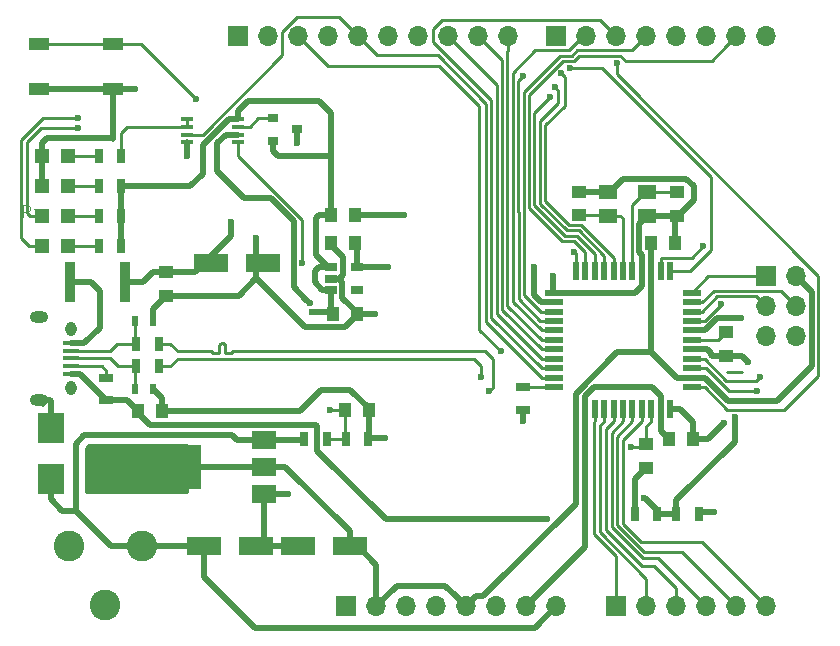
<source format=gtl>
G04 #@! TF.FileFunction,Copper,L1,Top,Signal*
%FSLAX46Y46*%
G04 Gerber Fmt 4.6, Leading zero omitted, Abs format (unit mm)*
G04 Created by KiCad (PCBNEW 4.0.7) date 10/12/17 20:03:31*
%MOMM*%
%LPD*%
G01*
G04 APERTURE LIST*
%ADD10C,0.100000*%
%ADD11C,2.600000*%
%ADD12R,3.000000X1.600000*%
%ADD13R,1.250000X1.000000*%
%ADD14R,1.000000X1.250000*%
%ADD15R,1.200000X1.200000*%
%ADD16R,1.700000X1.700000*%
%ADD17O,1.700000X1.700000*%
%ADD18R,1.350000X0.400000*%
%ADD19O,0.950000X1.250000*%
%ADD20O,1.550000X1.000000*%
%ADD21R,0.900000X0.800000*%
%ADD22R,0.700000X1.300000*%
%ADD23R,1.300000X0.700000*%
%ADD24R,0.500000X0.900000*%
%ADD25R,1.700000X1.000000*%
%ADD26R,1.100000X0.400000*%
%ADD27R,1.600000X0.560000*%
%ADD28R,0.560000X1.600000*%
%ADD29R,2.000000X3.800000*%
%ADD30R,2.000000X1.500000*%
%ADD31R,1.060000X0.650000*%
%ADD32R,1.600000X1.300000*%
%ADD33R,2.300000X2.500000*%
%ADD34R,0.850000X3.430000*%
%ADD35C,0.600000*%
%ADD36C,0.250000*%
%ADD37C,0.500000*%
%ADD38C,0.254000*%
G04 APERTURE END LIST*
D10*
X72294762Y-91511381D02*
X71961428Y-91035190D01*
X71723333Y-91511381D02*
X71723333Y-90511381D01*
X72104286Y-90511381D01*
X72199524Y-90559000D01*
X72247143Y-90606619D01*
X72294762Y-90701857D01*
X72294762Y-90844714D01*
X72247143Y-90939952D01*
X72199524Y-90987571D01*
X72104286Y-91035190D01*
X71723333Y-91035190D01*
X72628095Y-91511381D02*
X73151905Y-90844714D01*
X72628095Y-90844714D02*
X73151905Y-91511381D01*
D11*
X75565000Y-119380000D03*
X81765000Y-119380000D03*
X78665000Y-124380000D03*
D12*
X87630000Y-95377000D03*
X92030000Y-95377000D03*
D13*
X83820000Y-96155000D03*
X83820000Y-98155000D03*
X118810126Y-91360164D03*
X118810126Y-89360164D03*
X127065126Y-89376164D03*
X127065126Y-91376164D03*
X131191000Y-101235000D03*
X131191000Y-103235000D03*
X124460000Y-110744000D03*
X124460000Y-112744000D03*
D14*
X128397000Y-110300000D03*
X126397000Y-110300000D03*
X98949000Y-107823000D03*
X100949000Y-107823000D03*
X124900000Y-93700000D03*
X126900000Y-93700000D03*
D12*
X87040000Y-119380000D03*
X91440000Y-119380000D03*
D14*
X97933000Y-99695000D03*
X99933000Y-99695000D03*
D12*
X99355000Y-119380000D03*
X94955000Y-119380000D03*
D14*
X99806000Y-93726000D03*
X97806000Y-93726000D03*
D15*
X75500000Y-86360000D03*
X73300000Y-86360000D03*
X75479000Y-93980000D03*
X73279000Y-93980000D03*
X75479000Y-91440000D03*
X73279000Y-91440000D03*
X75479000Y-88900000D03*
X73279000Y-88900000D03*
D16*
X99060000Y-124460000D03*
D17*
X101600000Y-124460000D03*
X104140000Y-124460000D03*
X106680000Y-124460000D03*
X109220000Y-124460000D03*
X111760000Y-124460000D03*
X114300000Y-124460000D03*
X116840000Y-124460000D03*
D16*
X121920000Y-124460000D03*
D17*
X124460000Y-124460000D03*
X127000000Y-124460000D03*
X129540000Y-124460000D03*
X132080000Y-124460000D03*
X134620000Y-124460000D03*
D16*
X89916000Y-76200000D03*
D17*
X92456000Y-76200000D03*
X94996000Y-76200000D03*
X97536000Y-76200000D03*
X100076000Y-76200000D03*
X102616000Y-76200000D03*
X105156000Y-76200000D03*
X107696000Y-76200000D03*
X110236000Y-76200000D03*
X112776000Y-76200000D03*
D16*
X116840000Y-76200000D03*
D17*
X119380000Y-76200000D03*
X121920000Y-76200000D03*
X124460000Y-76200000D03*
X127000000Y-76200000D03*
X129540000Y-76200000D03*
X132080000Y-76200000D03*
X134620000Y-76200000D03*
D16*
X134620000Y-96520000D03*
D17*
X137160000Y-96520000D03*
X134620000Y-99060000D03*
X137160000Y-99060000D03*
X134620000Y-101600000D03*
X137160000Y-101600000D03*
D18*
X75725000Y-102165000D03*
X75725000Y-102815000D03*
X75725000Y-103465000D03*
X75725000Y-104115000D03*
X75725000Y-104765000D03*
D19*
X75725000Y-100965000D03*
X75725000Y-105965000D03*
D20*
X73025000Y-99965000D03*
X73025000Y-106965000D03*
D14*
X99790000Y-91313000D03*
X97790000Y-91313000D03*
X81423000Y-107950000D03*
X83423000Y-107950000D03*
D21*
X92869000Y-83124000D03*
X92869000Y-85024000D03*
X94869000Y-84074000D03*
D22*
X80010000Y-93980000D03*
X78110000Y-93980000D03*
X125404000Y-116621000D03*
X123504000Y-116621000D03*
X80010000Y-91440000D03*
X78110000Y-91440000D03*
X128899000Y-116621000D03*
X126999000Y-116621000D03*
X80005000Y-88900000D03*
X78105000Y-88900000D03*
D23*
X114000000Y-105900000D03*
X114000000Y-107800000D03*
D22*
X95520022Y-110296324D03*
X97420022Y-110296324D03*
X99015022Y-110296324D03*
X100915022Y-110296324D03*
X83185000Y-104140000D03*
X81285000Y-104140000D03*
X83185000Y-102235000D03*
X81285000Y-102235000D03*
X80005000Y-86360000D03*
X78105000Y-86360000D03*
D23*
X78740000Y-105095000D03*
X78740000Y-106995000D03*
D24*
X81165000Y-100330000D03*
X82665000Y-100330000D03*
X81165000Y-106045000D03*
X82665000Y-106045000D03*
D25*
X73050000Y-76840000D03*
X79350000Y-76840000D03*
X73050000Y-80640000D03*
X79350000Y-80640000D03*
D26*
X85607000Y-83226000D03*
X85607000Y-83876000D03*
X85607000Y-84526000D03*
X85607000Y-85176000D03*
X89907000Y-85176000D03*
X89907000Y-84526000D03*
X89907000Y-83876000D03*
X89907000Y-83226000D03*
D27*
X128350000Y-105900000D03*
X128350000Y-105100000D03*
X128350000Y-104300000D03*
X128350000Y-103500000D03*
X128350000Y-102700000D03*
X128350000Y-101900000D03*
X128350000Y-101100000D03*
X128350000Y-100300000D03*
X128350000Y-99500000D03*
X128350000Y-98700000D03*
X128350000Y-97900000D03*
D28*
X126500000Y-96050000D03*
X125700000Y-96050000D03*
X124900000Y-96050000D03*
X124100000Y-96050000D03*
X123300000Y-96050000D03*
X122500000Y-96050000D03*
X121700000Y-96050000D03*
X120900000Y-96050000D03*
X120100000Y-96050000D03*
X119300000Y-96050000D03*
X118500000Y-96050000D03*
D27*
X116650000Y-97900000D03*
X116650000Y-98700000D03*
X116650000Y-99500000D03*
X116650000Y-100300000D03*
X116650000Y-101100000D03*
X116650000Y-101900000D03*
X116650000Y-102700000D03*
X116650000Y-103500000D03*
X116650000Y-104300000D03*
X116650000Y-105100000D03*
X116650000Y-105900000D03*
D28*
X118500000Y-107750000D03*
X119300000Y-107750000D03*
X120100000Y-107750000D03*
X120900000Y-107750000D03*
X121700000Y-107750000D03*
X122500000Y-107750000D03*
X123300000Y-107750000D03*
X124100000Y-107750000D03*
X124900000Y-107750000D03*
X125700000Y-107750000D03*
X126500000Y-107750000D03*
D29*
X85775000Y-112635000D03*
D30*
X92075000Y-112635000D03*
X92075000Y-110335000D03*
X92075000Y-114935000D03*
D31*
X97749000Y-95758000D03*
X97749000Y-96708000D03*
X97749000Y-97658000D03*
X99949000Y-97658000D03*
X99949000Y-95758000D03*
D32*
X124525126Y-89392164D03*
X121225126Y-89392164D03*
X121225126Y-91392164D03*
X124525126Y-91392164D03*
D33*
X74041000Y-113656000D03*
X74041000Y-109356000D03*
D34*
X80300000Y-97000000D03*
X75700000Y-97000000D03*
D35*
X94869000Y-85217000D03*
X89281000Y-91948000D03*
X132461000Y-100076000D03*
X91428462Y-93282252D03*
X116600000Y-96500000D03*
X85598000Y-86360000D03*
X81153000Y-80645000D03*
X101473000Y-99695000D03*
X102362000Y-110236000D03*
X94107000Y-114935000D03*
X130175000Y-116459000D03*
X114000000Y-108800000D03*
X119300000Y-109900000D03*
X124254010Y-115297380D03*
X133096000Y-103759000D03*
X131953000Y-108458000D03*
X116078000Y-117094000D03*
X123190000Y-110998000D03*
X112141000Y-102870000D03*
X103981814Y-91313132D03*
X114921273Y-95759937D03*
X131064000Y-108966000D03*
X95359934Y-95377000D03*
X97663000Y-107823000D03*
X77470000Y-114300000D03*
X77470000Y-111125000D03*
X83820000Y-114300000D03*
X82550000Y-114300000D03*
X81280000Y-114300000D03*
X80010000Y-114300000D03*
X78740000Y-114300000D03*
X78740000Y-111125000D03*
X80010000Y-111125000D03*
X81280000Y-111125000D03*
X82550000Y-111125000D03*
X83820000Y-111125000D03*
X96139000Y-99568000D03*
X95983136Y-98783318D03*
X102616000Y-95758000D03*
X118335171Y-94417935D03*
X76356713Y-83130206D03*
X130777811Y-98838189D03*
X76322004Y-83929464D03*
X86360000Y-81534000D03*
X129286000Y-93980000D03*
X117254819Y-79332452D03*
X116724637Y-80499037D03*
X114060471Y-79548868D03*
X118020375Y-78900033D03*
X121985560Y-78450052D03*
X116318430Y-81364879D03*
X110437429Y-105021138D03*
X134084553Y-105056447D03*
X133859106Y-106232755D03*
X111184898Y-106232755D03*
D36*
X132588000Y-104648000D02*
X131260776Y-104648000D01*
D37*
X89281000Y-93136000D02*
X87040000Y-95377000D01*
X89281000Y-91948000D02*
X89281000Y-93136000D01*
X82695000Y-96155000D02*
X81850000Y-97000000D01*
X81850000Y-97000000D02*
X80300000Y-97000000D01*
X82695000Y-96155000D02*
X83820000Y-96155000D01*
X94869000Y-85217000D02*
X94869000Y-84074000D01*
X132036736Y-100076000D02*
X132461000Y-100076000D01*
X129456188Y-101100000D02*
X130480188Y-100076000D01*
X128350000Y-101100000D02*
X129456188Y-101100000D01*
X130480188Y-100076000D02*
X132036736Y-100076000D01*
X83820000Y-96155000D02*
X86262000Y-96155000D01*
X86262000Y-96155000D02*
X87040000Y-95377000D01*
X79350000Y-80640000D02*
X79350000Y-84861000D01*
X91440000Y-93293790D02*
X91428462Y-93282252D01*
X91440000Y-95377000D02*
X91440000Y-93293790D01*
X73300000Y-86360000D02*
X73300000Y-85224514D01*
X73300000Y-85224514D02*
X73726993Y-84797521D01*
X73726993Y-84797521D02*
X79350000Y-84797521D01*
X79350000Y-84797521D02*
X79350000Y-80640000D01*
X73945000Y-106965000D02*
X74041000Y-107061000D01*
X74041000Y-107061000D02*
X74041000Y-109356000D01*
X73025000Y-106965000D02*
X73945000Y-106965000D01*
X116600000Y-96500000D02*
X116600000Y-97850000D01*
X116600000Y-97850000D02*
X116650000Y-97900000D01*
X119300000Y-109900000D02*
X119300000Y-119460000D01*
X119300000Y-119460000D02*
X114300000Y-124460000D01*
X128524000Y-90042290D02*
X128524000Y-88900036D01*
X128524000Y-88900036D02*
X127866128Y-88242164D01*
X127866128Y-88242164D02*
X122525126Y-88242164D01*
X121375126Y-89392164D02*
X121225126Y-89392164D01*
X122525126Y-88242164D02*
X121375126Y-89392164D01*
X127065126Y-91376164D02*
X127190126Y-91376164D01*
X127190126Y-91376164D02*
X128524000Y-90042290D01*
X85598000Y-86360000D02*
X85598000Y-85185000D01*
X85598000Y-85185000D02*
X85607000Y-85176000D01*
X81153000Y-80645000D02*
X79355000Y-80645000D01*
X79355000Y-80645000D02*
X79350000Y-80640000D01*
X101473000Y-99695000D02*
X99933000Y-99695000D01*
X102362000Y-110236000D02*
X100975346Y-110236000D01*
X100975346Y-110236000D02*
X100915022Y-110296324D01*
X92075000Y-114935000D02*
X94107000Y-114935000D01*
X73050000Y-80640000D02*
X79350000Y-80640000D01*
X97749000Y-96708000D02*
X98464002Y-96708000D01*
X98806000Y-96366002D02*
X98806000Y-94851000D01*
X98464002Y-96708000D02*
X98806000Y-96366002D01*
X98806000Y-94851000D02*
X97806000Y-93851000D01*
X97806000Y-93851000D02*
X97806000Y-93726000D01*
X99933000Y-99695000D02*
X99933000Y-99570000D01*
X99933000Y-99570000D02*
X98729001Y-98366001D01*
X98729001Y-98366001D02*
X98729001Y-96972999D01*
X98729001Y-96972999D02*
X98464002Y-96708000D01*
X91440000Y-95377000D02*
X91440000Y-96677000D01*
X91440000Y-96677000D02*
X95583000Y-100820000D01*
X95583000Y-100820000D02*
X98933000Y-100820000D01*
X98933000Y-100820000D02*
X99933000Y-99820000D01*
X99933000Y-99820000D02*
X99933000Y-99695000D01*
X82665000Y-100330000D02*
X82665000Y-99310000D01*
X82665000Y-99310000D02*
X83820000Y-98155000D01*
X83820000Y-98155000D02*
X89962000Y-98155000D01*
X89962000Y-98155000D02*
X91440000Y-96677000D01*
X96901000Y-106172000D02*
X99423000Y-106172000D01*
X99423000Y-106172000D02*
X100949000Y-107698000D01*
X100949000Y-107698000D02*
X100949000Y-107823000D01*
X95123000Y-107950000D02*
X96901000Y-106172000D01*
X83423000Y-107950000D02*
X95123000Y-107950000D01*
X92075000Y-114935000D02*
X92075000Y-118745000D01*
X92075000Y-118745000D02*
X91440000Y-119380000D01*
X130175000Y-116459000D02*
X129061000Y-116459000D01*
X129061000Y-116459000D02*
X128899000Y-116621000D01*
X114000000Y-108800000D02*
X114000000Y-107800000D01*
X119300000Y-107750000D02*
X119300000Y-109900000D01*
X125700000Y-107750000D02*
X125700000Y-106659998D01*
X125700000Y-106659998D02*
X124958002Y-105918000D01*
X124958002Y-105918000D02*
X120041998Y-105918000D01*
X120041998Y-105918000D02*
X119300000Y-106659998D01*
X119300000Y-106659998D02*
X119300000Y-107750000D01*
X73415000Y-107355000D02*
X73025000Y-106965000D01*
X91440000Y-119380000D02*
X94955000Y-119380000D01*
X124100000Y-96050000D02*
X124100000Y-97350000D01*
X124100000Y-97350000D02*
X123550000Y-97900000D01*
X123550000Y-97900000D02*
X117950000Y-97900000D01*
X117950000Y-97900000D02*
X116650000Y-97900000D01*
X123825000Y-94475000D02*
X123825000Y-92092290D01*
X123825000Y-92092290D02*
X124525126Y-91392164D01*
X124100000Y-96050000D02*
X124100000Y-94750000D01*
X124100000Y-94750000D02*
X123825000Y-94475000D01*
X126900000Y-93700000D02*
X126900000Y-91541290D01*
X126900000Y-91541290D02*
X127065126Y-91376164D01*
X100949000Y-107823000D02*
X100949000Y-110262346D01*
X100949000Y-110262346D02*
X100915022Y-110296324D01*
X83423000Y-107950000D02*
X83423000Y-106803000D01*
X83423000Y-106803000D02*
X82665000Y-106045000D01*
X73300000Y-86360000D02*
X73300000Y-88879000D01*
X73300000Y-88879000D02*
X73279000Y-88900000D01*
X125700000Y-107750000D02*
X125700000Y-109603000D01*
X125700000Y-109603000D02*
X126397000Y-110300000D01*
X121225126Y-89392164D02*
X118842126Y-89392164D01*
X118842126Y-89392164D02*
X118810126Y-89360164D01*
X124525126Y-91392164D02*
X127049126Y-91392164D01*
X127049126Y-91392164D02*
X127065126Y-91376164D01*
D36*
X121225126Y-91392164D02*
X122275126Y-91392164D01*
X122275126Y-91392164D02*
X122500000Y-91617038D01*
X122500000Y-91617038D02*
X122500000Y-95000000D01*
X122500000Y-95000000D02*
X122500000Y-96050000D01*
X118810126Y-91360164D02*
X121193126Y-91360164D01*
X121193126Y-91360164D02*
X121225126Y-91392164D01*
X123249989Y-94949989D02*
X123300000Y-95000000D01*
X123249989Y-90517301D02*
X123249989Y-94949989D01*
X124375126Y-89392164D02*
X123249989Y-90517301D01*
X124525126Y-89392164D02*
X124375126Y-89392164D01*
X123300000Y-95000000D02*
X123300000Y-96050000D01*
X127065126Y-89376164D02*
X124541126Y-89376164D01*
X124541126Y-89376164D02*
X124525126Y-89392164D01*
X128350000Y-101900000D02*
X130526000Y-101900000D01*
X130526000Y-101900000D02*
X131191000Y-101235000D01*
D37*
X81423000Y-107950000D02*
X81423000Y-108075000D01*
X81423000Y-108075000D02*
X82482999Y-109134999D01*
X96620021Y-111306325D02*
X102407696Y-117094000D01*
X82482999Y-109134999D02*
X96468697Y-109134999D01*
X96468697Y-109134999D02*
X96620021Y-109286323D01*
X96620021Y-109286323D02*
X96620021Y-111306325D01*
X102407696Y-117094000D02*
X116078000Y-117094000D01*
X124380380Y-115297380D02*
X124254010Y-115297380D01*
X125404000Y-116621000D02*
X125404000Y-116321000D01*
X125404000Y-116321000D02*
X124380380Y-115297380D01*
X133096000Y-103759000D02*
X132572000Y-103235000D01*
X132572000Y-103235000D02*
X131191000Y-103235000D01*
X131953000Y-110517000D02*
X131953000Y-108458000D01*
X126999000Y-116621000D02*
X126999000Y-115471000D01*
X126999000Y-115471000D02*
X131953000Y-110517000D01*
X125404000Y-116621000D02*
X126999000Y-116621000D01*
X129921000Y-103124000D02*
X130032000Y-103235000D01*
X130032000Y-103235000D02*
X131191000Y-103235000D01*
X129921000Y-102971000D02*
X129921000Y-103124000D01*
X128350000Y-102700000D02*
X129650000Y-102700000D01*
X129650000Y-102700000D02*
X129921000Y-102971000D01*
X75725000Y-104765000D02*
X76510000Y-104765000D01*
X76510000Y-104765000D02*
X78740000Y-106995000D01*
X78740000Y-106995000D02*
X80468000Y-106995000D01*
X80468000Y-106995000D02*
X81423000Y-107950000D01*
D36*
X110311898Y-101040898D02*
X112141000Y-102870000D01*
X110311898Y-82104443D02*
X110311898Y-101040898D01*
X106947455Y-78740000D02*
X110311898Y-82104443D01*
X97536000Y-78740000D02*
X106947455Y-78740000D01*
X94996000Y-76200000D02*
X97536000Y-78740000D01*
X123190000Y-110998000D02*
X124206000Y-110998000D01*
X124206000Y-110998000D02*
X124460000Y-110744000D01*
X124460000Y-110744000D02*
X124460000Y-109240000D01*
X124460000Y-109240000D02*
X124900000Y-108800000D01*
X124900000Y-108800000D02*
X124900000Y-107750000D01*
D37*
X124460000Y-112744000D02*
X123504000Y-113700000D01*
X123504000Y-113700000D02*
X123504000Y-116621000D01*
X103981682Y-91313000D02*
X103981814Y-91313132D01*
X99790000Y-91313000D02*
X103981682Y-91313000D01*
X114921273Y-98061275D02*
X114921273Y-96184201D01*
X115559998Y-98700000D02*
X114921273Y-98061275D01*
X116650000Y-98700000D02*
X115559998Y-98700000D01*
X114921273Y-96184201D02*
X114921273Y-95759937D01*
X131064000Y-108966000D02*
X129730000Y-110300000D01*
X129730000Y-110300000D02*
X128397000Y-110300000D01*
X128400000Y-108870000D02*
X128397000Y-108873000D01*
X128397000Y-108873000D02*
X128397000Y-110300000D01*
X126500000Y-107750000D02*
X127280000Y-107750000D01*
X127280000Y-107750000D02*
X128400000Y-108870000D01*
D36*
X95359934Y-94952736D02*
X95359934Y-95377000D01*
X95359934Y-91743297D02*
X95359934Y-94952736D01*
X89907000Y-86290363D02*
X95359934Y-91743297D01*
X89907000Y-85176000D02*
X89907000Y-86290363D01*
X97663000Y-107823000D02*
X98949000Y-107823000D01*
X97420022Y-110296324D02*
X99015022Y-110296324D01*
X98949000Y-107823000D02*
X98949000Y-110230302D01*
X98949000Y-110230302D02*
X99015022Y-110296324D01*
D37*
X89907000Y-83226000D02*
X89122000Y-83226000D01*
X89122000Y-83226000D02*
X86928772Y-85419228D01*
X86928772Y-85419228D02*
X86928772Y-87835523D01*
X85864295Y-88900000D02*
X80855000Y-88900000D01*
X86928772Y-87835523D02*
X85864295Y-88900000D01*
X80855000Y-88900000D02*
X80005000Y-88900000D01*
X77470000Y-111125000D02*
X77470000Y-114300000D01*
X83820000Y-114300000D02*
X84110000Y-114300000D01*
X84110000Y-114300000D02*
X85775000Y-112635000D01*
X81280000Y-114300000D02*
X82550000Y-114300000D01*
X78740000Y-114300000D02*
X80010000Y-114300000D01*
X80010000Y-111125000D02*
X78740000Y-111125000D01*
X82550000Y-111125000D02*
X81280000Y-111125000D01*
X85775000Y-112635000D02*
X85330000Y-112635000D01*
X85330000Y-112635000D02*
X83820000Y-111125000D01*
X85775000Y-112635000D02*
X87275000Y-112635000D01*
X87275000Y-112635000D02*
X92075000Y-112635000D01*
X101600000Y-124460000D02*
X103356747Y-122703253D01*
X103356747Y-122703253D02*
X107463253Y-122703253D01*
X107463253Y-122703253D02*
X108370001Y-123610001D01*
X108370001Y-123610001D02*
X109220000Y-124460000D01*
X96139000Y-99568000D02*
X97806000Y-99568000D01*
X97806000Y-99568000D02*
X97933000Y-99695000D01*
X97790000Y-91313000D02*
X97790000Y-86360000D01*
X93305000Y-86360000D02*
X97790000Y-86360000D01*
X97790000Y-86360000D02*
X97790000Y-82652228D01*
X92869000Y-85024000D02*
X92869000Y-85924000D01*
X92869000Y-85924000D02*
X93305000Y-86360000D01*
X110069999Y-123610001D02*
X109220000Y-124460000D01*
X110672003Y-123610001D02*
X110069999Y-123610001D01*
X118500000Y-115782004D02*
X110672003Y-123610001D01*
X118500000Y-107750000D02*
X118500000Y-115782004D01*
X124900000Y-93700000D02*
X124906011Y-93706011D01*
X124906011Y-93706011D02*
X124906011Y-96043989D01*
X124906011Y-96043989D02*
X124900000Y-96050000D01*
X135509000Y-107061000D02*
X138460001Y-104109999D01*
X138460001Y-104109999D02*
X138460001Y-97820001D01*
X138460001Y-97820001D02*
X138009999Y-97369999D01*
X138009999Y-97369999D02*
X137160000Y-96520000D01*
X131401002Y-107061000D02*
X135509000Y-107061000D01*
X128350000Y-105100000D02*
X129440002Y-105100000D01*
X129440002Y-105100000D02*
X131401002Y-107061000D01*
X118500000Y-107750000D02*
X118500000Y-106450000D01*
X118500000Y-106450000D02*
X122000000Y-102950000D01*
X122000000Y-102950000D02*
X124900000Y-102950000D01*
X124900000Y-96050000D02*
X124900000Y-102950000D01*
X124900000Y-102950000D02*
X127050000Y-105100000D01*
X127050000Y-105100000D02*
X128350000Y-105100000D01*
X97749000Y-97658000D02*
X97749000Y-99511000D01*
X97749000Y-99511000D02*
X97933000Y-99695000D01*
X96393000Y-97017002D02*
X96393000Y-96084000D01*
X96719000Y-95758000D02*
X97749000Y-95758000D01*
X96393000Y-96084000D02*
X96719000Y-95758000D01*
X97749000Y-97658000D02*
X97033998Y-97658000D01*
X97033998Y-97658000D02*
X96393000Y-97017002D01*
X97749000Y-95758000D02*
X97544000Y-95758000D01*
X97544000Y-95758000D02*
X96520000Y-94734000D01*
X96520000Y-94734000D02*
X96520000Y-91583000D01*
X96520000Y-91583000D02*
X96790000Y-91313000D01*
X96790000Y-91313000D02*
X97790000Y-91313000D01*
X97790000Y-82652228D02*
X97765228Y-82652228D01*
X97765228Y-82652228D02*
X96774000Y-81661000D01*
X96774000Y-81661000D02*
X90743210Y-81661000D01*
X90743210Y-81661000D02*
X89907000Y-82497210D01*
X89907000Y-82497210D02*
X89907000Y-83226000D01*
X99355000Y-119380000D02*
X99355000Y-118080000D01*
X99355000Y-118080000D02*
X93910000Y-112635000D01*
X93910000Y-112635000D02*
X93575000Y-112635000D01*
X93575000Y-112635000D02*
X92075000Y-112635000D01*
X101600000Y-124460000D02*
X101600000Y-120925000D01*
X101600000Y-120925000D02*
X100055000Y-119380000D01*
X100055000Y-119380000D02*
X99355000Y-119380000D01*
X80010000Y-91440000D02*
X80010000Y-93980000D01*
X80005000Y-88900000D02*
X80005000Y-91435000D01*
X80005000Y-91435000D02*
X80010000Y-91440000D01*
X92075000Y-110335000D02*
X89817000Y-110335000D01*
X89817000Y-110335000D02*
X89433531Y-109951531D01*
X76896409Y-109951531D02*
X76160630Y-110687310D01*
X89433531Y-109951531D02*
X76896409Y-109951531D01*
X76160630Y-110687310D02*
X76160630Y-116386222D01*
X74041000Y-113656000D02*
X74041000Y-115406000D01*
X74041000Y-115406000D02*
X75021222Y-116386222D01*
X75021222Y-116386222D02*
X76160630Y-116386222D01*
X79154408Y-119380000D02*
X87040000Y-119380000D01*
X76160630Y-116386222D02*
X79154408Y-119380000D01*
X81765000Y-119380000D02*
X83603477Y-119380000D01*
X83603477Y-119380000D02*
X87040000Y-119380000D01*
X116840000Y-124460000D02*
X115037315Y-126262685D01*
X115037315Y-126262685D02*
X91337685Y-126262685D01*
X91337685Y-126262685D02*
X87040000Y-121965000D01*
X87040000Y-121965000D02*
X87040000Y-119380000D01*
X95520022Y-110296324D02*
X95520022Y-110596324D01*
X92075000Y-110335000D02*
X95481346Y-110335000D01*
X95481346Y-110335000D02*
X95520022Y-110296324D01*
X94609924Y-97410106D02*
X95683137Y-98483319D01*
X89907000Y-84526000D02*
X88857000Y-84526000D01*
X88857000Y-84526000D02*
X88138000Y-85245000D01*
X88138000Y-85245000D02*
X88138000Y-87630000D01*
X92710000Y-89916000D02*
X94609924Y-91815924D01*
X90424000Y-89916000D02*
X92710000Y-89916000D01*
X88138000Y-87630000D02*
X90424000Y-89916000D01*
X94609924Y-91815924D02*
X94609924Y-97410106D01*
X95683137Y-98483319D02*
X95983136Y-98783318D01*
X99806000Y-93726000D02*
X99806000Y-93601000D01*
X99949000Y-95758000D02*
X99949000Y-93869000D01*
X99949000Y-93869000D02*
X99806000Y-93726000D01*
X102616000Y-95758000D02*
X99949000Y-95758000D01*
D36*
X75500000Y-86360000D02*
X76350000Y-86360000D01*
X76350000Y-86360000D02*
X78105000Y-86360000D01*
X75479000Y-93980000D02*
X76329000Y-93980000D01*
X76329000Y-93980000D02*
X78110000Y-93980000D01*
X73279000Y-93980000D02*
X72240255Y-93980000D01*
X72240255Y-93980000D02*
X71567567Y-93307312D01*
X71567567Y-93307312D02*
X71567567Y-84953004D01*
X75932449Y-83130206D02*
X76356713Y-83130206D01*
X71567567Y-84953004D02*
X73390365Y-83130206D01*
X73390365Y-83130206D02*
X75932449Y-83130206D01*
X118500000Y-94582764D02*
X118335171Y-94417935D01*
X118500000Y-96050000D02*
X118500000Y-94582764D01*
X75479000Y-91440000D02*
X78110000Y-91440000D01*
X73279000Y-91440000D02*
X72261961Y-91440000D01*
X72261961Y-91440000D02*
X72017578Y-91195617D01*
X72017578Y-91195617D02*
X72017578Y-85139404D01*
X73227518Y-83929464D02*
X75897740Y-83929464D01*
X72017578Y-85139404D02*
X73227518Y-83929464D01*
X75897740Y-83929464D02*
X76322004Y-83929464D01*
X129400000Y-100300000D02*
X130777811Y-98922189D01*
X130777811Y-98922189D02*
X130777811Y-98838189D01*
X128350000Y-100300000D02*
X129400000Y-100300000D01*
X75479000Y-88900000D02*
X78105000Y-88900000D01*
D37*
X75725000Y-102165000D02*
X76900000Y-102165000D01*
X76900000Y-102165000D02*
X78175000Y-100890000D01*
X78175000Y-100890000D02*
X78175000Y-97733000D01*
X78175000Y-97733000D02*
X77442000Y-97000000D01*
X77442000Y-97000000D02*
X75700000Y-97000000D01*
D36*
X73050000Y-76840000D02*
X79350000Y-76840000D01*
X79350000Y-76840000D02*
X81666000Y-76840000D01*
X81666000Y-76840000D02*
X86360000Y-81534000D01*
X125700000Y-95000000D02*
X125775001Y-94924999D01*
X125775001Y-94924999D02*
X128341001Y-94924999D01*
X125700000Y-96050000D02*
X125700000Y-95000000D01*
X128341001Y-94924999D02*
X129286000Y-93980000D01*
X120100000Y-107750000D02*
X120100000Y-108800000D01*
X120100000Y-108800000D02*
X120015000Y-108885000D01*
X121920000Y-120218748D02*
X121920000Y-124460000D01*
X120015000Y-108885000D02*
X120015000Y-118313748D01*
X120015000Y-118313748D02*
X121920000Y-120218748D01*
X120900000Y-107750000D02*
X120900000Y-108800000D01*
X120523000Y-118172046D02*
X124460000Y-122109046D01*
X124460000Y-123257919D02*
X124460000Y-124460000D01*
X120900000Y-108800000D02*
X120523000Y-109177000D01*
X120523000Y-109177000D02*
X120523000Y-118172046D01*
X124460000Y-122109046D02*
X124460000Y-123257919D01*
X125095000Y-121031000D02*
X127000000Y-122936000D01*
X127000000Y-122936000D02*
X127000000Y-124460000D01*
X124079000Y-121031000D02*
X125095000Y-121031000D01*
X121031000Y-117983000D02*
X124079000Y-121031000D01*
X121031000Y-109469000D02*
X121031000Y-117983000D01*
X121700000Y-107750000D02*
X121700000Y-108800000D01*
X121700000Y-108800000D02*
X121031000Y-109469000D01*
X125476000Y-120396000D02*
X128690001Y-123610001D01*
X124181223Y-120396000D02*
X125476000Y-120396000D01*
X122500000Y-107750000D02*
X122500000Y-108800000D01*
X121539000Y-109761000D02*
X121539000Y-117753777D01*
X128690001Y-123610001D02*
X129540000Y-124460000D01*
X122500000Y-108800000D02*
X121539000Y-109761000D01*
X121539000Y-117753777D02*
X124181223Y-120396000D01*
X123300000Y-107750000D02*
X123300000Y-108800000D01*
X121989011Y-110110989D02*
X121989011Y-117567377D01*
X127508000Y-119888000D02*
X131230001Y-123610001D01*
X131230001Y-123610001D02*
X132080000Y-124460000D01*
X124309634Y-119888000D02*
X127508000Y-119888000D01*
X123300000Y-108800000D02*
X121989011Y-110110989D01*
X121989011Y-117567377D02*
X124309634Y-119888000D01*
X129159000Y-118999000D02*
X133770001Y-123610001D01*
X124057045Y-118999000D02*
X129159000Y-118999000D01*
X124100000Y-108800000D02*
X122524989Y-110375011D01*
X122524989Y-110375011D02*
X122524989Y-117466944D01*
X124100000Y-107750000D02*
X124100000Y-108800000D01*
X133770001Y-123610001D02*
X134620000Y-124460000D01*
X122524989Y-117466944D02*
X124057045Y-118999000D01*
X118936638Y-92185165D02*
X117925125Y-92185165D01*
X115919702Y-90179742D02*
X115919702Y-83701121D01*
X121700000Y-96050000D02*
X121700000Y-94948527D01*
X117554818Y-82066005D02*
X117554818Y-79632451D01*
X121700000Y-94948527D02*
X118936638Y-92185165D01*
X117925125Y-92185165D02*
X115919702Y-90179742D01*
X115919702Y-83701121D02*
X117554818Y-82066005D01*
X117554818Y-79632451D02*
X117254819Y-79332452D01*
X117024636Y-80799036D02*
X116724637Y-80499037D01*
X117024636Y-81810827D02*
X117024636Y-80799036D01*
X115469691Y-90366142D02*
X115469691Y-83365772D01*
X118750238Y-92635176D02*
X117738725Y-92635176D01*
X120900000Y-94784938D02*
X118750238Y-92635176D01*
X120900000Y-96050000D02*
X120900000Y-94784938D01*
X117738725Y-92635176D02*
X115469691Y-90366142D01*
X115469691Y-83365772D02*
X117024636Y-81810827D01*
X101694720Y-77818720D02*
X100076000Y-76200000D01*
X106811891Y-77818720D02*
X101694720Y-77818720D01*
X110883328Y-81890157D02*
X106811891Y-77818720D01*
X110883328Y-100383328D02*
X110883328Y-81890157D01*
X115600000Y-105100000D02*
X110883328Y-100383328D01*
X116650000Y-105100000D02*
X115600000Y-105100000D01*
X93631001Y-77818999D02*
X86924000Y-84526000D01*
X86924000Y-84526000D02*
X85607000Y-84526000D01*
X93631001Y-75825997D02*
X93631001Y-77818999D01*
X98425000Y-74549000D02*
X94907998Y-74549000D01*
X94907998Y-74549000D02*
X93631001Y-75825997D01*
X100076000Y-76200000D02*
X98425000Y-74549000D01*
X113760472Y-79848867D02*
X114060471Y-79548868D01*
X113627659Y-79981680D02*
X113760472Y-79848867D01*
X113627659Y-91069754D02*
X113627659Y-79981680D01*
X113655002Y-98467601D02*
X113655002Y-91097097D01*
X113655002Y-91097097D02*
X113627659Y-91069754D01*
X116650000Y-100300000D02*
X115487401Y-100300000D01*
X115487401Y-100300000D02*
X113655002Y-98467601D01*
X113655002Y-98467601D02*
X113655002Y-98355002D01*
X126500000Y-96050000D02*
X128141004Y-96050000D01*
X118444639Y-78900033D02*
X118020375Y-78900033D01*
X128141004Y-96050000D02*
X129911002Y-94280002D01*
X129911002Y-94280002D02*
X129911002Y-88096375D01*
X129911002Y-88096375D02*
X120714660Y-78900033D01*
X120714660Y-78900033D02*
X118444639Y-78900033D01*
X111797626Y-99697626D02*
X111797626Y-80301626D01*
X116650000Y-103500000D02*
X115600000Y-103500000D01*
X115600000Y-103500000D02*
X111797626Y-99697626D01*
X108545999Y-77049999D02*
X107696000Y-76200000D01*
X111797626Y-80301626D02*
X108545999Y-77049999D01*
X112247637Y-78211637D02*
X111085999Y-77049999D01*
X111085999Y-77049999D02*
X110236000Y-76200000D01*
X116650000Y-102700000D02*
X115600000Y-102700000D01*
X115600000Y-102700000D02*
X112247637Y-99347637D01*
X112247637Y-99347637D02*
X112247637Y-78211637D01*
X112697648Y-77480433D02*
X112776000Y-77402081D01*
X112697648Y-98997648D02*
X112697648Y-77480433D01*
X115600000Y-101900000D02*
X112697648Y-98997648D01*
X116650000Y-101900000D02*
X115600000Y-101900000D01*
X112776000Y-77402081D02*
X112776000Y-76200000D01*
X116650000Y-101900000D02*
X116650000Y-101705001D01*
X129400000Y-105900000D02*
X131332998Y-107832998D01*
X136134001Y-107832998D02*
X139035014Y-104931985D01*
X131332998Y-107832998D02*
X136134001Y-107832998D01*
X121985560Y-79407137D02*
X121985560Y-78874316D01*
X128350000Y-105900000D02*
X129400000Y-105900000D01*
X139035014Y-104931985D02*
X139035014Y-96456591D01*
X139035014Y-96456591D02*
X121985560Y-79407137D01*
X121985560Y-78874316D02*
X121985560Y-78450052D01*
X113148729Y-79292977D02*
X115066705Y-77375001D01*
X115066705Y-77375001D02*
X117950001Y-77375001D01*
X115600000Y-101100000D02*
X113148729Y-98648729D01*
X113148729Y-98648729D02*
X113148729Y-79292977D01*
X117950001Y-77375001D02*
X119125002Y-76200000D01*
X119125002Y-76200000D02*
X119380000Y-76200000D01*
X116650000Y-101100000D02*
X115600000Y-101100000D01*
X120510906Y-74790906D02*
X121070001Y-75350001D01*
X107197295Y-74790906D02*
X120510906Y-74790906D01*
X106420223Y-75567978D02*
X107197295Y-74790906D01*
X106420223Y-76663225D02*
X106420223Y-75567978D01*
X111347615Y-81590617D02*
X106420223Y-76663225D01*
X111347615Y-100047615D02*
X111347615Y-81590617D01*
X121070001Y-75350001D02*
X121920000Y-76200000D01*
X115600000Y-104300000D02*
X111347615Y-100047615D01*
X116650000Y-104300000D02*
X115600000Y-104300000D01*
X123610001Y-77049999D02*
X124460000Y-76200000D01*
X114077670Y-90883354D02*
X114077670Y-80883363D01*
X123284999Y-77375001D02*
X123610001Y-77049999D01*
X118586412Y-77375001D02*
X123284999Y-77375001D01*
X118136401Y-77825012D02*
X118586412Y-77375001D01*
X114105013Y-98058203D02*
X114105013Y-90910697D01*
X114077670Y-80883363D02*
X117136021Y-77825012D01*
X114105013Y-90910697D02*
X114077670Y-90883354D01*
X117136021Y-77825012D02*
X118136401Y-77825012D01*
X115546810Y-99500000D02*
X114105013Y-98058203D01*
X116650000Y-99500000D02*
X115546810Y-99500000D01*
X119300000Y-96050000D02*
X119300000Y-94457760D01*
X118322801Y-78275023D02*
X118772812Y-77825012D01*
X131230001Y-77049999D02*
X132080000Y-76200000D01*
X122268953Y-77825012D02*
X122718964Y-78275023D01*
X117395373Y-78275023D02*
X118322801Y-78275023D01*
X114527681Y-90696954D02*
X114527681Y-81142715D01*
X117365925Y-93535198D02*
X114527681Y-90696954D01*
X118377438Y-93535198D02*
X117365925Y-93535198D01*
X119300000Y-94457760D02*
X118377438Y-93535198D01*
X114527681Y-81142715D02*
X117395373Y-78275023D01*
X118772812Y-77825012D02*
X122268953Y-77825012D01*
X122718964Y-78275023D02*
X130004977Y-78275023D01*
X130004977Y-78275023D02*
X131230001Y-77049999D01*
X120100000Y-96050000D02*
X120100000Y-94621349D01*
X116018431Y-81664878D02*
X116318430Y-81364879D01*
X118563838Y-93085187D02*
X117552325Y-93085187D01*
X120100000Y-94621349D02*
X118563838Y-93085187D01*
X117552325Y-93085187D02*
X114977692Y-90510554D01*
X114977692Y-90510554D02*
X114977692Y-82705617D01*
X114977692Y-82705617D02*
X116018431Y-81664878D01*
X134620000Y-96520000D02*
X129730000Y-96520000D01*
X129730000Y-96520000D02*
X128350000Y-97900000D01*
X134620000Y-99060000D02*
X133770001Y-98210001D01*
X130480995Y-98210001D02*
X129190996Y-99500000D01*
X129190996Y-99500000D02*
X128350000Y-99500000D01*
X133770001Y-98210001D02*
X130480995Y-98210001D01*
X128350000Y-98700000D02*
X129215002Y-98700000D01*
X136310001Y-98210001D02*
X137160000Y-99060000D01*
X129215002Y-98700000D02*
X130172849Y-97742153D01*
X130172849Y-97742153D02*
X135842153Y-97742153D01*
X135842153Y-97742153D02*
X136310001Y-98210001D01*
X75725000Y-104115000D02*
X78360000Y-104115000D01*
X78360000Y-104115000D02*
X78740000Y-104495000D01*
X78740000Y-104495000D02*
X78740000Y-105095000D01*
X90876000Y-83876000D02*
X91628000Y-83124000D01*
X91628000Y-83124000D02*
X92869000Y-83124000D01*
X89907000Y-83876000D02*
X90876000Y-83876000D01*
X116650000Y-105900000D02*
X115600000Y-105900000D01*
X115600000Y-105900000D02*
X114000000Y-105900000D01*
X133784554Y-105356446D02*
X134084553Y-105056447D01*
X131256446Y-105356446D02*
X133784554Y-105356446D01*
X129400000Y-103500000D02*
X131256446Y-105356446D01*
X128350000Y-103500000D02*
X129400000Y-103500000D01*
X83185000Y-104140000D02*
X84160000Y-104140000D01*
X84160000Y-104140000D02*
X84787500Y-103512500D01*
X84787500Y-103512500D02*
X108928791Y-103512500D01*
X110437429Y-104087429D02*
X110437429Y-105021138D01*
X108928791Y-103512500D02*
X108936291Y-103505000D01*
X108936291Y-103505000D02*
X109855000Y-103505000D01*
X109855000Y-103505000D02*
X110437429Y-104087429D01*
X83185000Y-102235000D02*
X84160000Y-102235000D01*
X89360937Y-102995429D02*
X89371346Y-102978862D01*
X84787500Y-102862500D02*
X84796427Y-102853573D01*
X88258723Y-102978862D02*
X88265186Y-102960394D01*
X87804754Y-103028328D02*
X88180000Y-103028328D01*
X84160000Y-102235000D02*
X84787500Y-102862500D01*
X84796427Y-102853573D02*
X87630000Y-102853573D01*
X88234478Y-103009265D02*
X88248314Y-102995429D01*
X87719567Y-102960394D02*
X87726030Y-102978862D01*
X89388653Y-102903038D02*
X89399062Y-102886471D01*
X88267377Y-102940950D02*
X88267377Y-102853573D01*
X88339996Y-102282359D02*
X88383540Y-102238815D01*
X87630000Y-102853573D02*
X87649443Y-102855763D01*
X88267377Y-102853573D02*
X88280000Y-102853573D01*
X87726030Y-102978862D02*
X87736439Y-102995429D01*
X87649443Y-102855763D02*
X87667911Y-102862226D01*
X88493806Y-102185713D02*
X88555000Y-102178818D01*
X88199443Y-103026137D02*
X88217911Y-103019674D01*
X87667911Y-102862226D02*
X87684478Y-102872635D01*
X87684478Y-102872635D02*
X87698314Y-102886471D01*
X87698314Y-102886471D02*
X87708723Y-102903038D01*
X89292623Y-103028328D02*
X89312066Y-103026137D01*
X88383540Y-102238815D02*
X88435681Y-102206052D01*
X89347101Y-103009265D02*
X89360937Y-102995429D01*
X87708723Y-102903038D02*
X87715186Y-102921506D01*
X111484897Y-105932756D02*
X111184898Y-106232755D01*
X88830000Y-102453818D02*
X88830000Y-102940951D01*
X87715186Y-102921506D02*
X87719567Y-102960394D01*
X89312066Y-103026137D02*
X89330534Y-103019674D01*
X87736439Y-102995429D02*
X87750275Y-103009265D01*
X87750275Y-103009265D02*
X87766842Y-103019674D01*
X87766842Y-103019674D02*
X87785310Y-103026137D01*
X88265186Y-102960394D02*
X88267377Y-102940950D01*
X89399062Y-102886471D02*
X89412898Y-102872635D01*
X87785310Y-103026137D02*
X87804754Y-103028328D01*
X88180000Y-103028328D02*
X88199443Y-103026137D01*
X88217911Y-103019674D02*
X88234478Y-103009265D01*
X88879465Y-103019674D02*
X88897933Y-103026137D01*
X88248314Y-102995429D02*
X88258723Y-102978862D01*
X89330534Y-103019674D02*
X89347101Y-103009265D01*
X88280000Y-102853573D02*
X88280000Y-102453818D01*
X88280000Y-102453818D02*
X88286894Y-102392625D01*
X88286894Y-102392625D02*
X88307233Y-102334500D01*
X88307233Y-102334500D02*
X88339996Y-102282359D01*
X88435681Y-102206052D02*
X88493806Y-102185713D01*
X88555000Y-102178818D02*
X88616193Y-102185713D01*
X88616193Y-102185713D02*
X88674318Y-102206052D01*
X88674318Y-102206052D02*
X88726459Y-102238815D01*
X88726459Y-102238815D02*
X88770003Y-102282359D01*
X88770003Y-102282359D02*
X88802766Y-102334500D01*
X88802766Y-102334500D02*
X88823105Y-102392625D01*
X88917377Y-103028328D02*
X89292623Y-103028328D01*
X88823105Y-102392625D02*
X88830000Y-102453818D01*
X88830000Y-102940951D02*
X88832190Y-102960394D01*
X88832190Y-102960394D02*
X88838653Y-102978862D01*
X88838653Y-102978862D02*
X88849062Y-102995429D01*
X88849062Y-102995429D02*
X88862898Y-103009265D01*
X111484897Y-103483897D02*
X111484897Y-105932756D01*
X88862898Y-103009265D02*
X88879465Y-103019674D01*
X88897933Y-103026137D02*
X88917377Y-103028328D01*
X89371346Y-102978862D02*
X89377809Y-102960394D01*
X89377809Y-102960394D02*
X89382190Y-102921506D01*
X89412898Y-102872635D02*
X89429465Y-102862226D01*
X89382190Y-102921506D02*
X89388653Y-102903038D01*
X89429465Y-102862226D02*
X89447933Y-102855763D01*
X89447933Y-102855763D02*
X89467377Y-102853573D01*
X89467377Y-102853573D02*
X110854573Y-102853573D01*
X110854573Y-102853573D02*
X111484897Y-103483897D01*
X129550000Y-104300000D02*
X131482755Y-106232755D01*
X133434842Y-106232755D02*
X133859106Y-106232755D01*
X128350000Y-104300000D02*
X129550000Y-104300000D01*
X131482755Y-106232755D02*
X133434842Y-106232755D01*
X85607000Y-83876000D02*
X80515326Y-83876000D01*
X80515326Y-83876000D02*
X80005000Y-84386326D01*
X80005000Y-84386326D02*
X80005000Y-86360000D01*
X85607000Y-83226000D02*
X85607000Y-83876000D01*
X81165000Y-100330000D02*
X81165000Y-102115000D01*
X81165000Y-102115000D02*
X81285000Y-102235000D01*
X79066000Y-102815000D02*
X79646000Y-102235000D01*
X79646000Y-102235000D02*
X81285000Y-102235000D01*
X75725000Y-102815000D02*
X79066000Y-102815000D01*
X81165000Y-106045000D02*
X81165000Y-104260000D01*
X81165000Y-104260000D02*
X81285000Y-104140000D01*
X79081000Y-103465000D02*
X79756000Y-104140000D01*
X79756000Y-104140000D02*
X81285000Y-104140000D01*
X75725000Y-103465000D02*
X79081000Y-103465000D01*
D38*
G36*
X85598000Y-114604991D02*
X85581200Y-114689450D01*
X85540444Y-114750444D01*
X85479450Y-114791200D01*
X85394991Y-114808000D01*
X77165009Y-114808000D01*
X77080550Y-114791200D01*
X77045630Y-114767867D01*
X77045630Y-111053890D01*
X77262988Y-110836531D01*
X85598000Y-110836531D01*
X85598000Y-114604991D01*
X85598000Y-114604991D01*
G37*
X85598000Y-114604991D02*
X85581200Y-114689450D01*
X85540444Y-114750444D01*
X85479450Y-114791200D01*
X85394991Y-114808000D01*
X77165009Y-114808000D01*
X77080550Y-114791200D01*
X77045630Y-114767867D01*
X77045630Y-111053890D01*
X77262988Y-110836531D01*
X85598000Y-110836531D01*
X85598000Y-114604991D01*
M02*

</source>
